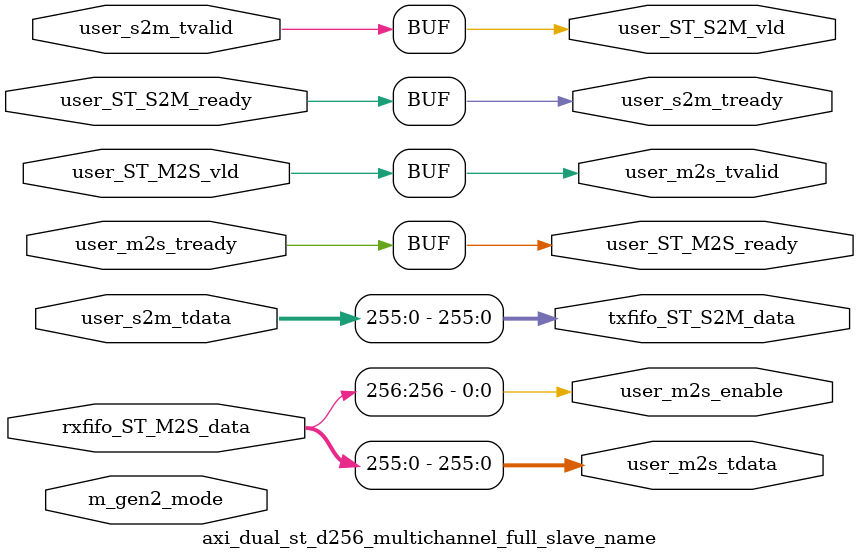
<source format=sv>

module axi_dual_st_d256_multichannel_full_slave_name  (

  // ST_M2S channel
  output logic [ 255:   0]   user_m2s_tdata      ,
  output logic               user_m2s_tvalid     ,
  input  logic               user_m2s_tready     ,
  output logic [   0:   0]   user_m2s_enable     ,

  // ST_S2M channel
  input  logic [ 255:   0]   user_s2m_tdata      ,
  input  logic               user_s2m_tvalid     ,
  output logic               user_s2m_tready     ,

  // Logic Link Interfaces
  input  logic               user_ST_M2S_vld     ,
  input  logic [ 256:   0]   rxfifo_ST_M2S_data  ,
  output logic               user_ST_M2S_ready   ,

  output logic               user_ST_S2M_vld     ,
  output logic [ 256:   0]   txfifo_ST_S2M_data  ,
  input  logic               user_ST_S2M_ready   ,

  input  logic               m_gen2_mode         

);

  // Connect Data

  assign user_m2s_tvalid                    = user_ST_M2S_vld                    ;
  assign user_ST_M2S_ready                  = user_m2s_tready                    ;
  assign user_m2s_tdata       [   0 +: 256] = rxfifo_ST_M2S_data   [   0 +: 256] ;
  assign user_m2s_enable      [   0 +:   1] = rxfifo_ST_M2S_data   [ 256 +:   1] ;

  assign user_ST_S2M_vld                    = user_s2m_tvalid                    ;
  assign user_s2m_tready                    = user_ST_S2M_ready                  ;
  assign txfifo_ST_S2M_data   [   0 +: 256] = user_s2m_tdata       [   0 +: 256] ;

endmodule

</source>
